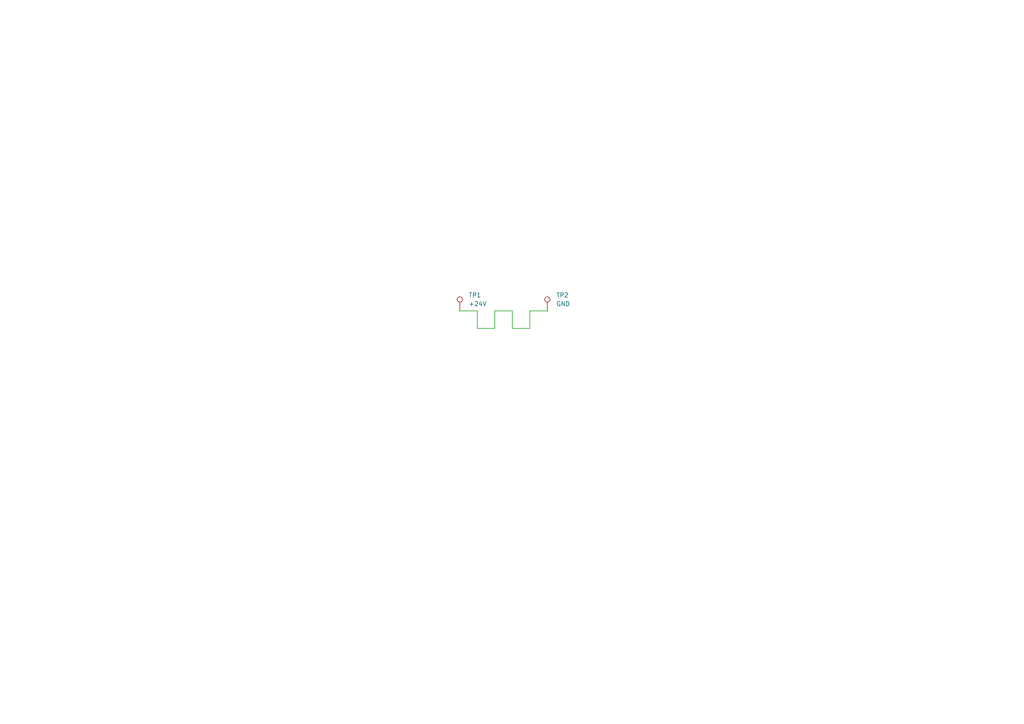
<source format=kicad_sch>
(kicad_sch (version 20230121) (generator eeschema)
  (paper "A4")
  (lib_symbols
    (symbol "Connector:TestPoint" (pin_numbers hide) (pin_names (offset 0.762) hide)
      (property "Reference" "TP" (at 0 6.858 0))
      (property "Value" "TestPoint" (at 0 5.08 0))
      (symbol "TestPoint_0_1"
        (circle (center 0 3.302) (radius 0.762))
      )
      (symbol "TestPoint_1_1"
        (pin passive line (at 0 0 90) (length 2.54) (name "1") (number "1"))
      )
    )
  )
  (wire (pts (xy 138.43 95.25) (xy 143.51 95.25)))
  (wire (pts (xy 153.67 90.17) (xy 158.75 90.17)))
  (wire (pts (xy 148.59 90.17) (xy 148.59 95.25)))
  (wire (pts (xy 148.59 95.25) (xy 153.67 95.25)))
  (wire (pts (xy 153.67 95.25) (xy 153.67 90.17)))
  (wire (pts (xy 143.51 90.17) (xy 148.59 90.17)))
  (wire (pts (xy 138.43 90.17) (xy 138.43 95.25)))
  (wire (pts (xy 143.51 95.25) (xy 143.51 90.17)))
  (wire (pts (xy 133.35 90.17) (xy 138.43 90.17)))
  (symbol (lib_id "Connector:TestPoint") (at 133.35 90.17 0) (unit 1)
    (property "Reference" "TP1" (at 135.89 85.598 0) (effects (justify left)))
    (property "Value" "+24V" (at 135.89 88.138 0) (effects (justify left)))
  )
  (symbol (lib_id "Connector:TestPoint") (at 158.75 90.17 0) (unit 1)
    (property "Reference" "TP2" (at 161.29 85.598 0) (effects (justify left)))
    (property "Value" "GND" (at 161.29 88.138 0) (effects (justify left)))
  )
)
</source>
